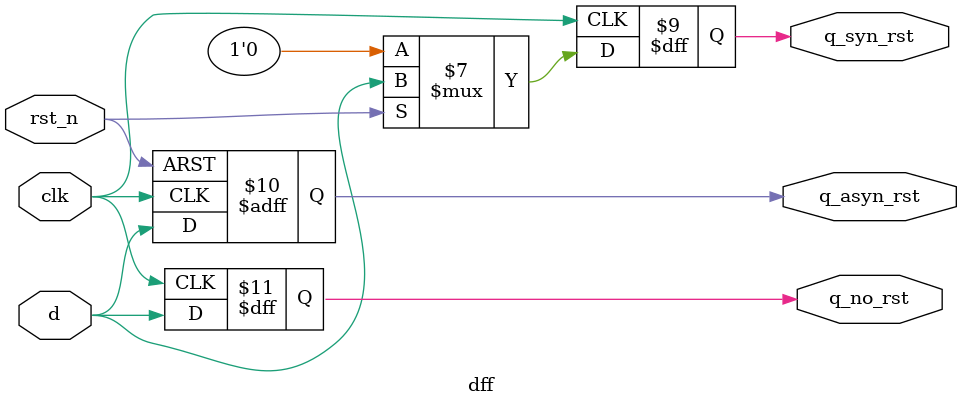
<source format=v>
module dff(clk,rst_n,d,q_no_rst,q_syn_rst,q_asyn_rst);
       input clk,rst_n,d;
       output reg q_no_rst,q_syn_rst,q_asyn_rst;
       
       //no reset
       always @(posedge clk) 
              begin
                     q_no_rst<=d;
              end

       //asyn reset
       always @(posedge clk,negedge rst_n) 
              begin
                     if(!rst_n)
                            q_asyn_rst<=0;
                     else
                            q_asyn_rst<=d;
              end

       //sync reset
       always @(posedge clk) 
              begin
                     if(!rst_n)
                            q_syn_rst<=0;
                     else
                            q_syn_rst<=d;
              end
endmodule

</source>
